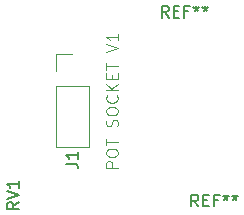
<source format=gbr>
%TF.GenerationSoftware,KiCad,Pcbnew,9.0.5*%
%TF.CreationDate,2025-11-26T02:13:29+11:00*%
%TF.ProjectId,pot-socket,706f742d-736f-4636-9b65-742e6b696361,rev?*%
%TF.SameCoordinates,Original*%
%TF.FileFunction,Legend,Top*%
%TF.FilePolarity,Positive*%
%FSLAX46Y46*%
G04 Gerber Fmt 4.6, Leading zero omitted, Abs format (unit mm)*
G04 Created by KiCad (PCBNEW 9.0.5) date 2025-11-26 02:13:29*
%MOMM*%
%LPD*%
G01*
G04 APERTURE LIST*
%ADD10C,0.100000*%
%ADD11C,0.150000*%
%ADD12C,0.120000*%
G04 APERTURE END LIST*
D10*
X153872419Y-105696115D02*
X152872419Y-105696115D01*
X152872419Y-105696115D02*
X152872419Y-105315163D01*
X152872419Y-105315163D02*
X152920038Y-105219925D01*
X152920038Y-105219925D02*
X152967657Y-105172306D01*
X152967657Y-105172306D02*
X153062895Y-105124687D01*
X153062895Y-105124687D02*
X153205752Y-105124687D01*
X153205752Y-105124687D02*
X153300990Y-105172306D01*
X153300990Y-105172306D02*
X153348609Y-105219925D01*
X153348609Y-105219925D02*
X153396228Y-105315163D01*
X153396228Y-105315163D02*
X153396228Y-105696115D01*
X152872419Y-104505639D02*
X152872419Y-104315163D01*
X152872419Y-104315163D02*
X152920038Y-104219925D01*
X152920038Y-104219925D02*
X153015276Y-104124687D01*
X153015276Y-104124687D02*
X153205752Y-104077068D01*
X153205752Y-104077068D02*
X153539085Y-104077068D01*
X153539085Y-104077068D02*
X153729561Y-104124687D01*
X153729561Y-104124687D02*
X153824800Y-104219925D01*
X153824800Y-104219925D02*
X153872419Y-104315163D01*
X153872419Y-104315163D02*
X153872419Y-104505639D01*
X153872419Y-104505639D02*
X153824800Y-104600877D01*
X153824800Y-104600877D02*
X153729561Y-104696115D01*
X153729561Y-104696115D02*
X153539085Y-104743734D01*
X153539085Y-104743734D02*
X153205752Y-104743734D01*
X153205752Y-104743734D02*
X153015276Y-104696115D01*
X153015276Y-104696115D02*
X152920038Y-104600877D01*
X152920038Y-104600877D02*
X152872419Y-104505639D01*
X152872419Y-103791353D02*
X152872419Y-103219925D01*
X153872419Y-103505639D02*
X152872419Y-103505639D01*
X153824800Y-102172305D02*
X153872419Y-102029448D01*
X153872419Y-102029448D02*
X153872419Y-101791353D01*
X153872419Y-101791353D02*
X153824800Y-101696115D01*
X153824800Y-101696115D02*
X153777180Y-101648496D01*
X153777180Y-101648496D02*
X153681942Y-101600877D01*
X153681942Y-101600877D02*
X153586704Y-101600877D01*
X153586704Y-101600877D02*
X153491466Y-101648496D01*
X153491466Y-101648496D02*
X153443847Y-101696115D01*
X153443847Y-101696115D02*
X153396228Y-101791353D01*
X153396228Y-101791353D02*
X153348609Y-101981829D01*
X153348609Y-101981829D02*
X153300990Y-102077067D01*
X153300990Y-102077067D02*
X153253371Y-102124686D01*
X153253371Y-102124686D02*
X153158133Y-102172305D01*
X153158133Y-102172305D02*
X153062895Y-102172305D01*
X153062895Y-102172305D02*
X152967657Y-102124686D01*
X152967657Y-102124686D02*
X152920038Y-102077067D01*
X152920038Y-102077067D02*
X152872419Y-101981829D01*
X152872419Y-101981829D02*
X152872419Y-101743734D01*
X152872419Y-101743734D02*
X152920038Y-101600877D01*
X152872419Y-100981829D02*
X152872419Y-100791353D01*
X152872419Y-100791353D02*
X152920038Y-100696115D01*
X152920038Y-100696115D02*
X153015276Y-100600877D01*
X153015276Y-100600877D02*
X153205752Y-100553258D01*
X153205752Y-100553258D02*
X153539085Y-100553258D01*
X153539085Y-100553258D02*
X153729561Y-100600877D01*
X153729561Y-100600877D02*
X153824800Y-100696115D01*
X153824800Y-100696115D02*
X153872419Y-100791353D01*
X153872419Y-100791353D02*
X153872419Y-100981829D01*
X153872419Y-100981829D02*
X153824800Y-101077067D01*
X153824800Y-101077067D02*
X153729561Y-101172305D01*
X153729561Y-101172305D02*
X153539085Y-101219924D01*
X153539085Y-101219924D02*
X153205752Y-101219924D01*
X153205752Y-101219924D02*
X153015276Y-101172305D01*
X153015276Y-101172305D02*
X152920038Y-101077067D01*
X152920038Y-101077067D02*
X152872419Y-100981829D01*
X153777180Y-99553258D02*
X153824800Y-99600877D01*
X153824800Y-99600877D02*
X153872419Y-99743734D01*
X153872419Y-99743734D02*
X153872419Y-99838972D01*
X153872419Y-99838972D02*
X153824800Y-99981829D01*
X153824800Y-99981829D02*
X153729561Y-100077067D01*
X153729561Y-100077067D02*
X153634323Y-100124686D01*
X153634323Y-100124686D02*
X153443847Y-100172305D01*
X153443847Y-100172305D02*
X153300990Y-100172305D01*
X153300990Y-100172305D02*
X153110514Y-100124686D01*
X153110514Y-100124686D02*
X153015276Y-100077067D01*
X153015276Y-100077067D02*
X152920038Y-99981829D01*
X152920038Y-99981829D02*
X152872419Y-99838972D01*
X152872419Y-99838972D02*
X152872419Y-99743734D01*
X152872419Y-99743734D02*
X152920038Y-99600877D01*
X152920038Y-99600877D02*
X152967657Y-99553258D01*
X153872419Y-99124686D02*
X152872419Y-99124686D01*
X153872419Y-98553258D02*
X153300990Y-98981829D01*
X152872419Y-98553258D02*
X153443847Y-99124686D01*
X153348609Y-98124686D02*
X153348609Y-97791353D01*
X153872419Y-97648496D02*
X153872419Y-98124686D01*
X153872419Y-98124686D02*
X152872419Y-98124686D01*
X152872419Y-98124686D02*
X152872419Y-97648496D01*
X152872419Y-97362781D02*
X152872419Y-96791353D01*
X153872419Y-97077067D02*
X152872419Y-97077067D01*
X152872419Y-95838971D02*
X153872419Y-95505638D01*
X153872419Y-95505638D02*
X152872419Y-95172305D01*
X153872419Y-94315162D02*
X153872419Y-94886590D01*
X153872419Y-94600876D02*
X152872419Y-94600876D01*
X152872419Y-94600876D02*
X153015276Y-94696114D01*
X153015276Y-94696114D02*
X153110514Y-94791352D01*
X153110514Y-94791352D02*
X153158133Y-94886590D01*
D11*
X145454819Y-108595238D02*
X144978628Y-108928571D01*
X145454819Y-109166666D02*
X144454819Y-109166666D01*
X144454819Y-109166666D02*
X144454819Y-108785714D01*
X144454819Y-108785714D02*
X144502438Y-108690476D01*
X144502438Y-108690476D02*
X144550057Y-108642857D01*
X144550057Y-108642857D02*
X144645295Y-108595238D01*
X144645295Y-108595238D02*
X144788152Y-108595238D01*
X144788152Y-108595238D02*
X144883390Y-108642857D01*
X144883390Y-108642857D02*
X144931009Y-108690476D01*
X144931009Y-108690476D02*
X144978628Y-108785714D01*
X144978628Y-108785714D02*
X144978628Y-109166666D01*
X144454819Y-108309523D02*
X145454819Y-107976190D01*
X145454819Y-107976190D02*
X144454819Y-107642857D01*
X145454819Y-106785714D02*
X145454819Y-107357142D01*
X145454819Y-107071428D02*
X144454819Y-107071428D01*
X144454819Y-107071428D02*
X144597676Y-107166666D01*
X144597676Y-107166666D02*
X144692914Y-107261904D01*
X144692914Y-107261904D02*
X144740533Y-107357142D01*
X158166666Y-92954819D02*
X157833333Y-92478628D01*
X157595238Y-92954819D02*
X157595238Y-91954819D01*
X157595238Y-91954819D02*
X157976190Y-91954819D01*
X157976190Y-91954819D02*
X158071428Y-92002438D01*
X158071428Y-92002438D02*
X158119047Y-92050057D01*
X158119047Y-92050057D02*
X158166666Y-92145295D01*
X158166666Y-92145295D02*
X158166666Y-92288152D01*
X158166666Y-92288152D02*
X158119047Y-92383390D01*
X158119047Y-92383390D02*
X158071428Y-92431009D01*
X158071428Y-92431009D02*
X157976190Y-92478628D01*
X157976190Y-92478628D02*
X157595238Y-92478628D01*
X158595238Y-92431009D02*
X158928571Y-92431009D01*
X159071428Y-92954819D02*
X158595238Y-92954819D01*
X158595238Y-92954819D02*
X158595238Y-91954819D01*
X158595238Y-91954819D02*
X159071428Y-91954819D01*
X159833333Y-92431009D02*
X159500000Y-92431009D01*
X159500000Y-92954819D02*
X159500000Y-91954819D01*
X159500000Y-91954819D02*
X159976190Y-91954819D01*
X160500000Y-91954819D02*
X160500000Y-92192914D01*
X160261905Y-92097676D02*
X160500000Y-92192914D01*
X160500000Y-92192914D02*
X160738095Y-92097676D01*
X160357143Y-92383390D02*
X160500000Y-92192914D01*
X160500000Y-92192914D02*
X160642857Y-92383390D01*
X161261905Y-91954819D02*
X161261905Y-92192914D01*
X161023810Y-92097676D02*
X161261905Y-92192914D01*
X161261905Y-92192914D02*
X161500000Y-92097676D01*
X161119048Y-92383390D02*
X161261905Y-92192914D01*
X161261905Y-92192914D02*
X161404762Y-92383390D01*
X149454819Y-105333333D02*
X150169104Y-105333333D01*
X150169104Y-105333333D02*
X150311961Y-105380952D01*
X150311961Y-105380952D02*
X150407200Y-105476190D01*
X150407200Y-105476190D02*
X150454819Y-105619047D01*
X150454819Y-105619047D02*
X150454819Y-105714285D01*
X150454819Y-104333333D02*
X150454819Y-104904761D01*
X150454819Y-104619047D02*
X149454819Y-104619047D01*
X149454819Y-104619047D02*
X149597676Y-104714285D01*
X149597676Y-104714285D02*
X149692914Y-104809523D01*
X149692914Y-104809523D02*
X149740533Y-104904761D01*
X160666666Y-108954819D02*
X160333333Y-108478628D01*
X160095238Y-108954819D02*
X160095238Y-107954819D01*
X160095238Y-107954819D02*
X160476190Y-107954819D01*
X160476190Y-107954819D02*
X160571428Y-108002438D01*
X160571428Y-108002438D02*
X160619047Y-108050057D01*
X160619047Y-108050057D02*
X160666666Y-108145295D01*
X160666666Y-108145295D02*
X160666666Y-108288152D01*
X160666666Y-108288152D02*
X160619047Y-108383390D01*
X160619047Y-108383390D02*
X160571428Y-108431009D01*
X160571428Y-108431009D02*
X160476190Y-108478628D01*
X160476190Y-108478628D02*
X160095238Y-108478628D01*
X161095238Y-108431009D02*
X161428571Y-108431009D01*
X161571428Y-108954819D02*
X161095238Y-108954819D01*
X161095238Y-108954819D02*
X161095238Y-107954819D01*
X161095238Y-107954819D02*
X161571428Y-107954819D01*
X162333333Y-108431009D02*
X162000000Y-108431009D01*
X162000000Y-108954819D02*
X162000000Y-107954819D01*
X162000000Y-107954819D02*
X162476190Y-107954819D01*
X163000000Y-107954819D02*
X163000000Y-108192914D01*
X162761905Y-108097676D02*
X163000000Y-108192914D01*
X163000000Y-108192914D02*
X163238095Y-108097676D01*
X162857143Y-108383390D02*
X163000000Y-108192914D01*
X163000000Y-108192914D02*
X163142857Y-108383390D01*
X163761905Y-107954819D02*
X163761905Y-108192914D01*
X163523810Y-108097676D02*
X163761905Y-108192914D01*
X163761905Y-108192914D02*
X164000000Y-108097676D01*
X163619048Y-108383390D02*
X163761905Y-108192914D01*
X163761905Y-108192914D02*
X163904762Y-108383390D01*
D12*
%TO.C,J1*%
X148620000Y-96080000D02*
X150000000Y-96080000D01*
X148620000Y-97460000D02*
X148620000Y-96080000D01*
X148620000Y-98730000D02*
X148620000Y-103920000D01*
X148620000Y-98730000D02*
X151380000Y-98730000D01*
X148620000Y-103920000D02*
X151380000Y-103920000D01*
X151380000Y-98730000D02*
X151380000Y-103920000D01*
%TD*%
M02*

</source>
